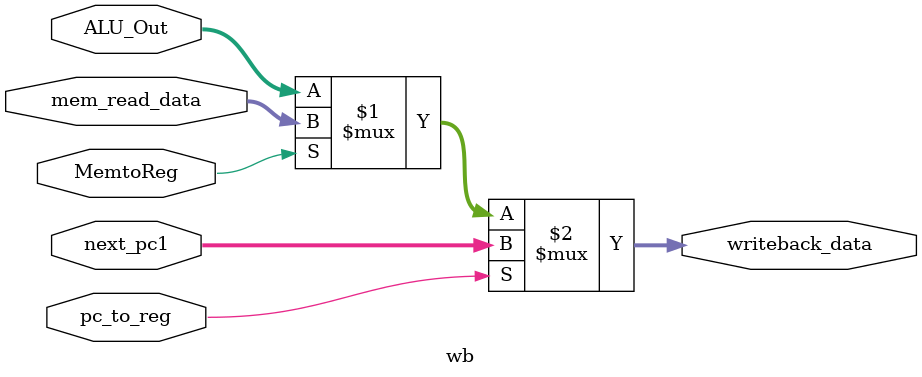
<source format=v>
/*
   CS/ECE 552 Spring '20
  
   Filename        : wb.v
   Description     : This is the module for the overall Write Back stage of the processor.
*/
module wb (writeback_data, mem_read_data, next_pc1, ALU_Out, MemtoReg, pc_to_reg);
   /* TODO: Add appropriate inputs/outputs for your WB stage here*/

   // TODO: Your code here
   output wire [15:0] writeback_data;
   input wire [15:0] mem_read_data;
   input wire [15:0] next_pc1; //PC + 2
   input wire [15:0] ALU_Out;
   input wire MemtoReg;
   input wire pc_to_reg; //PC to Reg control

   assign writeback_data = pc_to_reg   ?  next_pc1 :
                           MemtoReg    ?  mem_read_data : 
                                          ALU_Out;
   
endmodule

</source>
